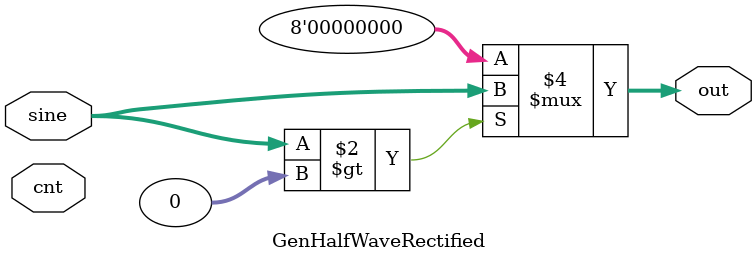
<source format=v>
module GenHalfWaveRectified #(parameter [7:0] HALF = 8'd128)
                       (sine, out, cnt);

    input signed [7:0] sine;
    input [7:0] cnt;
    output reg [7:0] out;

    always @(sine or cnt) begin
        if (sine > 0) out = sine;
        else out = 8'd0;
    end

endmodule

</source>
